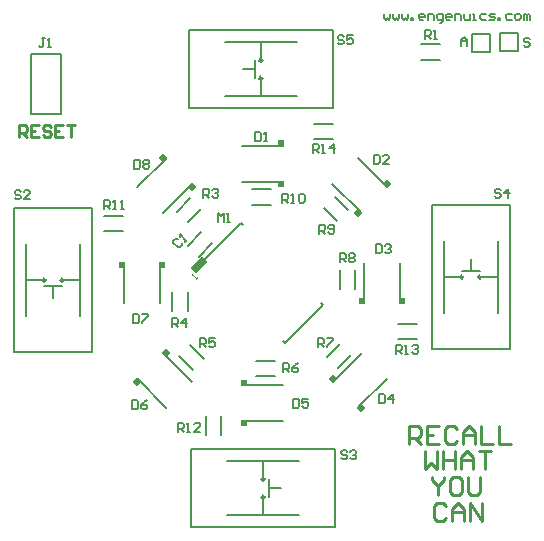
<source format=gto>
G04*
G04 #@! TF.GenerationSoftware,Altium Limited,Altium Designer,18.1.9 (240)*
G04*
G04 Layer_Color=65535*
%FSLAX24Y24*%
%MOIN*%
G70*
G01*
G75*
%ADD10C,0.0100*%
%ADD11C,0.0080*%
%ADD12C,0.0070*%
%ADD13C,0.0079*%
%ADD14C,0.0039*%
%ADD15C,0.0060*%
G04:AMPARAMS|DCode=16|XSize=24mil|YSize=55mil|CornerRadius=0mil|HoleSize=0mil|Usage=FLASHONLY|Rotation=315.000|XOffset=0mil|YOffset=0mil|HoleType=Round|Shape=Rectangle|*
%AMROTATEDRECTD16*
4,1,4,-0.0279,-0.0110,0.0110,0.0279,0.0279,0.0110,-0.0110,-0.0279,-0.0279,-0.0110,0.0*
%
%ADD16ROTATEDRECTD16*%

G04:AMPARAMS|DCode=17|XSize=22.6mil|YSize=20.7mil|CornerRadius=0mil|HoleSize=0mil|Usage=FLASHONLY|Rotation=135.000|XOffset=0mil|YOffset=0mil|HoleType=Round|Shape=Rectangle|*
%AMROTATEDRECTD17*
4,1,4,0.0153,-0.0007,0.0007,-0.0153,-0.0153,0.0007,-0.0007,0.0153,0.0153,-0.0007,0.0*
%
%ADD17ROTATEDRECTD17*%

%ADD18R,0.0226X0.0207*%
G04:AMPARAMS|DCode=19|XSize=22.6mil|YSize=20.7mil|CornerRadius=0mil|HoleSize=0mil|Usage=FLASHONLY|Rotation=225.000|XOffset=0mil|YOffset=0mil|HoleType=Round|Shape=Rectangle|*
%AMROTATEDRECTD19*
4,1,4,0.0007,0.0153,0.0153,0.0007,-0.0007,-0.0153,-0.0153,-0.0007,0.0007,0.0153,0.0*
%
%ADD19ROTATEDRECTD19*%

%ADD20R,0.0207X0.0226*%
D10*
X-20Y6685D02*
G03*
X-20Y6685I-50J0D01*
G01*
Y7285D02*
G03*
X-20Y7285I-50J0D01*
G01*
X6675Y60D02*
G03*
X6675Y60I-50J0D01*
G01*
X7275D02*
G03*
X7275Y60I-50J0D01*
G01*
X60Y-6675D02*
G03*
X60Y-6675I-50J0D01*
G01*
Y-7275D02*
G03*
X60Y-7275I-50J0D01*
G01*
X-6645Y-40D02*
G03*
X-6645Y-40I-50J0D01*
G01*
X-7245D02*
G03*
X-7245Y-40I-50J0D01*
G01*
X6100Y-7570D02*
X6000Y-7470D01*
X5800D01*
X5700Y-7570D01*
Y-7970D01*
X5800Y-8070D01*
X6000D01*
X6100Y-7970D01*
X6300Y-8070D02*
Y-7670D01*
X6500Y-7470D01*
X6700Y-7670D01*
Y-8070D01*
Y-7770D01*
X6300D01*
X6900Y-8070D02*
Y-7470D01*
X7299Y-8070D01*
Y-7470D01*
X5630Y-6590D02*
Y-6690D01*
X5830Y-6890D01*
X6030Y-6690D01*
Y-6590D01*
X5830Y-6890D02*
Y-7190D01*
X6530Y-6590D02*
X6330D01*
X6230Y-6690D01*
Y-7090D01*
X6330Y-7190D01*
X6530D01*
X6630Y-7090D01*
Y-6690D01*
X6530Y-6590D01*
X6830D02*
Y-7090D01*
X6930Y-7190D01*
X7130D01*
X7229Y-7090D01*
Y-6590D01*
X5400Y-5740D02*
Y-6340D01*
X5600Y-6140D01*
X5800Y-6340D01*
Y-5740D01*
X6000D02*
Y-6340D01*
Y-6040D01*
X6400D01*
Y-5740D01*
Y-6340D01*
X6600D02*
Y-5940D01*
X6800Y-5740D01*
X6999Y-5940D01*
Y-6340D01*
Y-6040D01*
X6600D01*
X7199Y-5740D02*
X7599D01*
X7399D01*
Y-6340D01*
X4870Y-5490D02*
Y-4890D01*
X5170D01*
X5270Y-4990D01*
Y-5190D01*
X5170Y-5290D01*
X4870D01*
X5070D02*
X5270Y-5490D01*
X5870Y-4890D02*
X5470D01*
Y-5490D01*
X5870D01*
X5470Y-5190D02*
X5670D01*
X6469Y-4990D02*
X6370Y-4890D01*
X6170D01*
X6070Y-4990D01*
Y-5390D01*
X6170Y-5490D01*
X6370D01*
X6469Y-5390D01*
X6669Y-5490D02*
Y-5090D01*
X6869Y-4890D01*
X7069Y-5090D01*
Y-5490D01*
Y-5190D01*
X6669D01*
X7269Y-4890D02*
Y-5490D01*
X7669D01*
X7869Y-4890D02*
Y-5490D01*
X8269D01*
X-8130Y4730D02*
Y5130D01*
X-7930D01*
X-7863Y5063D01*
Y4930D01*
X-7930Y4863D01*
X-8130D01*
X-7997D02*
X-7863Y4730D01*
X-7464Y5130D02*
X-7730D01*
Y4730D01*
X-7464D01*
X-7730Y4930D02*
X-7597D01*
X-7064Y5063D02*
X-7130Y5130D01*
X-7264D01*
X-7330Y5063D01*
Y4997D01*
X-7264Y4930D01*
X-7130D01*
X-7064Y4863D01*
Y4797D01*
X-7130Y4730D01*
X-7264D01*
X-7330Y4797D01*
X-6664Y5130D02*
X-6930D01*
Y4730D01*
X-6664D01*
X-6930Y4930D02*
X-6797D01*
X-6531Y5130D02*
X-6264D01*
X-6397D01*
Y4730D01*
D11*
X-7720Y5490D02*
X-6720D01*
X-7720D02*
Y7490D01*
X-6720D01*
Y5490D02*
Y7490D01*
D12*
X7559Y7561D02*
Y8159D01*
X6961Y7561D02*
X7559D01*
X6961Y8159D02*
X7559D01*
X6961Y7561D02*
Y8159D01*
X7911Y8184D02*
X8509D01*
Y7586D02*
Y8184D01*
X7911Y7586D02*
Y8184D01*
Y7586D02*
X8509D01*
X-2137Y741D02*
X-1691Y1187D01*
X-2499Y1103D02*
X-2053Y1549D01*
X5265Y7816D02*
X5895D01*
X5265Y7304D02*
X5895D01*
X2330Y5685D02*
Y8285D01*
X-2470D02*
X2330D01*
X-2470Y5685D02*
Y8285D01*
Y5685D02*
X2330D01*
X-1270Y6085D02*
X1130D01*
X-1270Y7885D02*
X1130D01*
X-70Y7285D02*
Y7885D01*
Y6085D02*
Y6685D01*
X-270D02*
Y7285D01*
X-670Y6985D02*
X-270D01*
X-5305Y2106D02*
X-4675D01*
X-5305Y1594D02*
X-4675D01*
X1715Y5166D02*
X2345D01*
X1715Y4654D02*
X2345D01*
X4495Y-2006D02*
X5125D01*
X4495Y-1494D02*
X5125D01*
X5625Y-2340D02*
X8225D01*
Y2460D01*
X5625D02*
X8225D01*
X5625Y-2340D02*
Y2460D01*
X6025Y-1140D02*
Y1260D01*
X7825Y-1140D02*
Y1260D01*
X7225Y60D02*
X7825D01*
X6025D02*
X6625D01*
Y260D02*
X7225D01*
X6925D02*
Y660D01*
X-1896Y-5205D02*
Y-4575D01*
X-1384Y-5205D02*
Y-4575D01*
X-2390Y-5675D02*
X-2390Y-8275D01*
X2410D01*
Y-5675D01*
X-2390Y-5675D02*
X2410Y-5675D01*
X-1190Y-6075D02*
X1210D01*
X-1190Y-7875D02*
X1210D01*
X10D02*
Y-7275D01*
Y-6675D02*
Y-6075D01*
X210Y-7275D02*
Y-6675D01*
Y-6975D02*
X610Y-6975D01*
X-2497Y1881D02*
X-2051Y2327D01*
X-2859Y2243D02*
X-2413Y2689D01*
X-3334Y2198D02*
X-2372Y3159D01*
X-4182Y3046D02*
X-3221Y4008D01*
X-3016Y-1065D02*
Y-435D01*
X-2504Y-1065D02*
Y-435D01*
X-3420Y-820D02*
Y540D01*
X-4620Y-820D02*
Y540D01*
X-3329Y-2482D02*
X-2368Y-3444D01*
X-4178Y-3331D02*
X-3216Y-4292D01*
X-2422Y-2216D02*
X-1976Y-2662D01*
X-2784Y-2578D02*
X-2338Y-3024D01*
X-700Y3240D02*
X660D01*
X-700Y4440D02*
X660D01*
X2318Y3174D02*
X3279Y2212D01*
X3166Y4022D02*
X4128Y3061D01*
X2574Y-325D02*
Y305D01*
X3086D02*
X3086Y-325D01*
X2136Y-2612D02*
X2582Y-2166D01*
X2498Y-2974D02*
X2944Y-2528D01*
X-215Y-2734D02*
X415D01*
X-215Y-3246D02*
X415D01*
X-700Y-3540D02*
X660D01*
X-700Y-4740D02*
X660D01*
X-365Y2474D02*
X265D01*
X-365Y2986D02*
X265Y2986D01*
X2031Y2367D02*
X2477Y1921D01*
X2393Y2729D02*
X2839Y2283D01*
X3380Y-820D02*
Y540D01*
X4580Y-820D02*
Y540D01*
X2332Y-3439D02*
X3294Y-2478D01*
X3181Y-4288D02*
X4142Y-3326D01*
X-8295Y2360D02*
X-5695Y2360D01*
X-8295Y-2440D02*
Y2360D01*
Y-2440D02*
X-5695D01*
X-5695Y2360D01*
X-6095Y-1240D02*
Y1160D01*
X-7895Y-1240D02*
Y1160D01*
Y-40D02*
X-7295D01*
X-6695D02*
X-6095D01*
X-7295Y-240D02*
X-6695D01*
X-6995Y-640D02*
X-6995Y-240D01*
D13*
X-1986Y600D02*
X-733Y1852D01*
X743Y-2129D02*
X1995Y-876D01*
X-733Y1852D02*
X-663Y1783D01*
X673Y-2059D02*
X743Y-2129D01*
X1926Y-806D02*
X1995Y-876D01*
D14*
X-2237Y10D02*
X-2190Y57D01*
X-2213Y34D01*
X-2353Y173D01*
X-2353Y126D01*
D15*
X4050Y8840D02*
Y8690D01*
X4100Y8640D01*
X4150Y8690D01*
X4200Y8640D01*
X4250Y8690D01*
Y8840D01*
X4350D02*
Y8690D01*
X4400Y8640D01*
X4450Y8690D01*
X4500Y8640D01*
X4550Y8690D01*
Y8840D01*
X4650D02*
Y8690D01*
X4700Y8640D01*
X4750Y8690D01*
X4800Y8640D01*
X4850Y8690D01*
Y8840D01*
X4950Y8640D02*
Y8690D01*
X5000D01*
Y8640D01*
X4950D01*
X5350D02*
X5250D01*
X5200Y8690D01*
Y8790D01*
X5250Y8840D01*
X5350D01*
X5400Y8790D01*
Y8740D01*
X5200D01*
X5500Y8640D02*
Y8840D01*
X5649D01*
X5699Y8790D01*
Y8640D01*
X5899Y8540D02*
X5949D01*
X5999Y8590D01*
Y8840D01*
X5849D01*
X5799Y8790D01*
Y8690D01*
X5849Y8640D01*
X5999D01*
X6249D02*
X6149D01*
X6099Y8690D01*
Y8790D01*
X6149Y8840D01*
X6249D01*
X6299Y8790D01*
Y8740D01*
X6099D01*
X6399Y8640D02*
Y8840D01*
X6549D01*
X6599Y8790D01*
Y8640D01*
X6699Y8840D02*
Y8690D01*
X6749Y8640D01*
X6899D01*
Y8840D01*
X6999Y8640D02*
X7099D01*
X7049D01*
Y8840D01*
X6999D01*
X7449D02*
X7299D01*
X7249Y8790D01*
Y8690D01*
X7299Y8640D01*
X7449D01*
X7549D02*
X7699D01*
X7749Y8690D01*
X7699Y8740D01*
X7599D01*
X7549Y8790D01*
X7599Y8840D01*
X7749D01*
X7849Y8640D02*
Y8690D01*
X7899D01*
Y8640D01*
X7849D01*
X8299Y8840D02*
X8149D01*
X8099Y8790D01*
Y8690D01*
X8149Y8640D01*
X8299D01*
X8449D02*
X8549D01*
X8599Y8690D01*
Y8790D01*
X8549Y8840D01*
X8449D01*
X8399Y8790D01*
Y8690D01*
X8449Y8640D01*
X8698D02*
Y8840D01*
X8748D01*
X8798Y8790D01*
Y8640D01*
Y8790D01*
X8848Y8840D01*
X8898Y8790D01*
Y8640D01*
X8900Y7980D02*
X8850Y8030D01*
X8750D01*
X8700Y7980D01*
Y7930D01*
X8750Y7880D01*
X8850D01*
X8900Y7830D01*
Y7780D01*
X8850Y7730D01*
X8750D01*
X8700Y7780D01*
X6620Y7770D02*
Y7970D01*
X6720Y8070D01*
X6820Y7970D01*
Y7770D01*
Y7920D01*
X6620D01*
X2700Y8070D02*
X2650Y8120D01*
X2550D01*
X2500Y8070D01*
Y8020D01*
X2550Y7970D01*
X2650D01*
X2700Y7920D01*
Y7870D01*
X2650Y7820D01*
X2550D01*
X2500Y7870D01*
X3000Y8120D02*
X2800D01*
Y7970D01*
X2900Y8020D01*
X2950D01*
X3000Y7970D01*
Y7870D01*
X2950Y7820D01*
X2850D01*
X2800Y7870D01*
X7930Y2960D02*
X7880Y3010D01*
X7780D01*
X7730Y2960D01*
Y2910D01*
X7780Y2860D01*
X7880D01*
X7930Y2810D01*
Y2760D01*
X7880Y2710D01*
X7780D01*
X7730Y2760D01*
X8180Y2710D02*
Y3010D01*
X8030Y2860D01*
X8230D01*
X2810Y-5770D02*
X2760Y-5720D01*
X2660D01*
X2610Y-5770D01*
Y-5820D01*
X2660Y-5870D01*
X2760D01*
X2810Y-5920D01*
Y-5970D01*
X2760Y-6020D01*
X2660D01*
X2610Y-5970D01*
X2910Y-5770D02*
X2960Y-5720D01*
X3060D01*
X3110Y-5770D01*
Y-5820D01*
X3060Y-5870D01*
X3010D01*
X3060D01*
X3110Y-5920D01*
Y-5970D01*
X3060Y-6020D01*
X2960D01*
X2910Y-5970D01*
X-8070Y2900D02*
X-8120Y2950D01*
X-8220D01*
X-8270Y2900D01*
Y2850D01*
X-8220Y2800D01*
X-8120D01*
X-8070Y2750D01*
Y2700D01*
X-8120Y2650D01*
X-8220D01*
X-8270Y2700D01*
X-7770Y2650D02*
X-7970D01*
X-7770Y2850D01*
Y2900D01*
X-7820Y2950D01*
X-7920D01*
X-7970Y2900D01*
X1670Y4200D02*
Y4500D01*
X1820D01*
X1870Y4450D01*
Y4350D01*
X1820Y4300D01*
X1670D01*
X1770D02*
X1870Y4200D01*
X1970D02*
X2070D01*
X2020D01*
Y4500D01*
X1970Y4450D01*
X2370Y4200D02*
Y4500D01*
X2220Y4350D01*
X2420D01*
X4430Y-2490D02*
Y-2190D01*
X4580D01*
X4630Y-2240D01*
Y-2340D01*
X4580Y-2390D01*
X4430D01*
X4530D02*
X4630Y-2490D01*
X4730D02*
X4830D01*
X4780D01*
Y-2190D01*
X4730Y-2240D01*
X4980D02*
X5030Y-2190D01*
X5130D01*
X5180Y-2240D01*
Y-2290D01*
X5130Y-2340D01*
X5080D01*
X5130D01*
X5180Y-2390D01*
Y-2440D01*
X5130Y-2490D01*
X5030D01*
X4980Y-2440D01*
X-2830Y-5100D02*
Y-4800D01*
X-2680D01*
X-2630Y-4850D01*
Y-4950D01*
X-2680Y-5000D01*
X-2830D01*
X-2730D02*
X-2630Y-5100D01*
X-2530D02*
X-2430D01*
X-2480D01*
Y-4800D01*
X-2530Y-4850D01*
X-2080Y-5100D02*
X-2280D01*
X-2080Y-4900D01*
Y-4850D01*
X-2130Y-4800D01*
X-2230D01*
X-2280Y-4850D01*
X-5290Y2320D02*
Y2620D01*
X-5140D01*
X-5090Y2570D01*
Y2470D01*
X-5140Y2420D01*
X-5290D01*
X-5190D02*
X-5090Y2320D01*
X-4990D02*
X-4890D01*
X-4940D01*
Y2620D01*
X-4990Y2570D01*
X-4740Y2320D02*
X-4640D01*
X-4690D01*
Y2620D01*
X-4740Y2570D01*
X640Y2530D02*
Y2830D01*
X790D01*
X840Y2780D01*
Y2680D01*
X790Y2630D01*
X640D01*
X740D02*
X840Y2530D01*
X940D02*
X1040D01*
X990D01*
Y2830D01*
X940Y2780D01*
X1190D02*
X1240Y2830D01*
X1340D01*
X1390Y2780D01*
Y2580D01*
X1340Y2530D01*
X1240D01*
X1190Y2580D01*
Y2780D01*
X1880Y1510D02*
Y1810D01*
X2030D01*
X2080Y1760D01*
Y1660D01*
X2030Y1610D01*
X1880D01*
X1980D02*
X2080Y1510D01*
X2180Y1560D02*
X2230Y1510D01*
X2330D01*
X2380Y1560D01*
Y1760D01*
X2330Y1810D01*
X2230D01*
X2180Y1760D01*
Y1710D01*
X2230Y1660D01*
X2380D01*
X2570Y560D02*
Y860D01*
X2720D01*
X2770Y810D01*
Y710D01*
X2720Y660D01*
X2570D01*
X2670D02*
X2770Y560D01*
X2870Y810D02*
X2920Y860D01*
X3020D01*
X3070Y810D01*
Y760D01*
X3020Y710D01*
X3070Y660D01*
Y610D01*
X3020Y560D01*
X2920D01*
X2870Y610D01*
Y660D01*
X2920Y710D01*
X2870Y760D01*
Y810D01*
X2920Y710D02*
X3020D01*
X1830Y-2280D02*
Y-1980D01*
X1980D01*
X2030Y-2030D01*
Y-2130D01*
X1980Y-2180D01*
X1830D01*
X1930D02*
X2030Y-2280D01*
X2130Y-1980D02*
X2330D01*
Y-2030D01*
X2130Y-2230D01*
Y-2280D01*
X680Y-3120D02*
Y-2820D01*
X830D01*
X880Y-2870D01*
Y-2970D01*
X830Y-3020D01*
X680D01*
X780D02*
X880Y-3120D01*
X1180Y-2820D02*
X1080Y-2870D01*
X980Y-2970D01*
Y-3070D01*
X1030Y-3120D01*
X1130D01*
X1180Y-3070D01*
Y-3020D01*
X1130Y-2970D01*
X980D01*
X-2100Y-2280D02*
Y-1980D01*
X-1950D01*
X-1900Y-2030D01*
Y-2130D01*
X-1950Y-2180D01*
X-2100D01*
X-2000D02*
X-1900Y-2280D01*
X-1600Y-1980D02*
X-1800D01*
Y-2130D01*
X-1700Y-2080D01*
X-1650D01*
X-1600Y-2130D01*
Y-2230D01*
X-1650Y-2280D01*
X-1750D01*
X-1800Y-2230D01*
X-3016Y-1620D02*
Y-1320D01*
X-2866D01*
X-2816Y-1370D01*
Y-1470D01*
X-2866Y-1520D01*
X-3016D01*
X-2916D02*
X-2816Y-1620D01*
X-2566D02*
Y-1320D01*
X-2716Y-1470D01*
X-2516D01*
X-1980Y2700D02*
Y3000D01*
X-1830D01*
X-1780Y2950D01*
Y2850D01*
X-1830Y2800D01*
X-1980D01*
X-1880D02*
X-1780Y2700D01*
X-1680Y2950D02*
X-1630Y3000D01*
X-1530D01*
X-1480Y2950D01*
Y2900D01*
X-1530Y2850D01*
X-1580D01*
X-1530D01*
X-1480Y2800D01*
Y2750D01*
X-1530Y2700D01*
X-1630D01*
X-1680Y2750D01*
X5400Y8000D02*
Y8300D01*
X5550D01*
X5600Y8250D01*
Y8150D01*
X5550Y8100D01*
X5400D01*
X5500D02*
X5600Y8000D01*
X5700D02*
X5800D01*
X5750D01*
Y8300D01*
X5700Y8250D01*
X-1510Y1900D02*
Y2200D01*
X-1410Y2100D01*
X-1310Y2200D01*
Y1900D01*
X-1210D02*
X-1110D01*
X-1160D01*
Y2200D01*
X-1210Y2150D01*
X-7270Y8020D02*
X-7370D01*
X-7320D01*
Y7770D01*
X-7370Y7720D01*
X-7420D01*
X-7470Y7770D01*
X-7170Y7720D02*
X-7070D01*
X-7120D01*
Y8020D01*
X-7170Y7970D01*
X-4280Y3970D02*
Y3670D01*
X-4130D01*
X-4080Y3720D01*
Y3920D01*
X-4130Y3970D01*
X-4280D01*
X-3980Y3920D02*
X-3930Y3970D01*
X-3830D01*
X-3780Y3920D01*
Y3870D01*
X-3830Y3820D01*
X-3780Y3770D01*
Y3720D01*
X-3830Y3670D01*
X-3930D01*
X-3980Y3720D01*
Y3770D01*
X-3930Y3820D01*
X-3980Y3870D01*
Y3920D01*
X-3930Y3820D02*
X-3830D01*
X-4320Y-1180D02*
Y-1480D01*
X-4170D01*
X-4120Y-1430D01*
Y-1230D01*
X-4170Y-1180D01*
X-4320D01*
X-4020D02*
X-3820D01*
Y-1230D01*
X-4020Y-1430D01*
Y-1480D01*
X-4360Y-4040D02*
Y-4340D01*
X-4210D01*
X-4160Y-4290D01*
Y-4090D01*
X-4210Y-4040D01*
X-4360D01*
X-3860D02*
X-3960Y-4090D01*
X-4060Y-4190D01*
Y-4290D01*
X-4010Y-4340D01*
X-3910D01*
X-3860Y-4290D01*
Y-4240D01*
X-3910Y-4190D01*
X-4060D01*
X1010Y-3992D02*
Y-4292D01*
X1160D01*
X1210Y-4242D01*
Y-4042D01*
X1160Y-3992D01*
X1010D01*
X1510D02*
X1310D01*
Y-4142D01*
X1410Y-4092D01*
X1460D01*
X1510Y-4142D01*
Y-4242D01*
X1460Y-4292D01*
X1360D01*
X1310Y-4242D01*
X3880Y-3840D02*
Y-4140D01*
X4030D01*
X4080Y-4090D01*
Y-3890D01*
X4030Y-3840D01*
X3880D01*
X4330Y-4140D02*
Y-3840D01*
X4180Y-3990D01*
X4380D01*
X3770Y1150D02*
Y850D01*
X3920D01*
X3970Y900D01*
Y1100D01*
X3920Y1150D01*
X3770D01*
X4070Y1100D02*
X4120Y1150D01*
X4220D01*
X4270Y1100D01*
Y1050D01*
X4220Y1000D01*
X4170D01*
X4220D01*
X4270Y950D01*
Y900D01*
X4220Y850D01*
X4120D01*
X4070Y900D01*
X3690Y4140D02*
Y3840D01*
X3840D01*
X3890Y3890D01*
Y4090D01*
X3840Y4140D01*
X3690D01*
X4190Y3840D02*
X3990D01*
X4190Y4040D01*
Y4090D01*
X4140Y4140D01*
X4040D01*
X3990Y4090D01*
X-260Y4890D02*
Y4590D01*
X-110D01*
X-60Y4640D01*
Y4840D01*
X-110Y4890D01*
X-260D01*
X40Y4590D02*
X140D01*
X90D01*
Y4890D01*
X40Y4840D01*
X-2845Y1338D02*
X-2916Y1338D01*
X-2987Y1267D01*
Y1197D01*
X-2845Y1055D01*
X-2775D01*
X-2704Y1126D01*
X-2704Y1197D01*
X-2598Y1232D02*
X-2527Y1303D01*
X-2563Y1267D01*
X-2775Y1479D01*
Y1409D01*
D16*
X-2113Y459D02*
D03*
D17*
X-3319Y4015D02*
D03*
X-2365Y3061D02*
D03*
X3279Y-4295D02*
D03*
X2325Y-3341D02*
D03*
D18*
X-4694Y475D02*
D03*
X-3346D02*
D03*
X4654Y-755D02*
D03*
X3306Y-755D02*
D03*
D19*
X-4185Y-3429D02*
D03*
X-3231Y-2475D02*
D03*
X4135Y3159D02*
D03*
X3181Y2205D02*
D03*
D20*
X595Y4514D02*
D03*
Y3166D02*
D03*
X-635Y-4814D02*
D03*
Y-3466D02*
D03*
M02*

</source>
